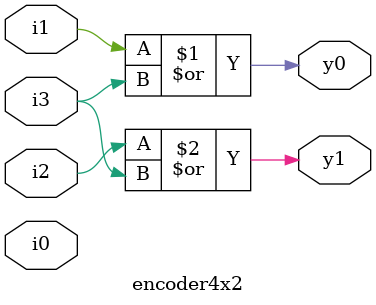
<source format=v>
module encoder4x2(
  input i0, i1, i2, i3,
  output y0, y1
);

 
  or(y0, i1, i3);          // y0 = i1 + i3
  or(y1, i2, i3);          // y1 = i2 + i3

endmodule


</source>
